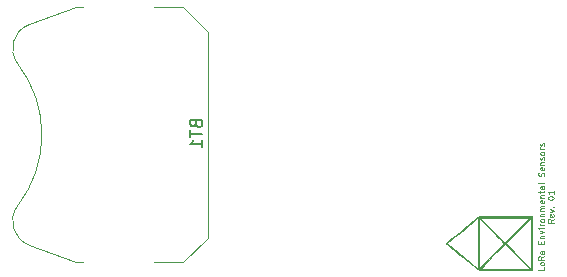
<source format=gbo>
%TF.GenerationSoftware,KiCad,Pcbnew,5.0.0+dfsg1-2*%
%TF.CreationDate,2018-11-25T17:27:35+01:00*%
%TF.ProjectId,LoRa Environmental Sensors,4C6F526120456E7669726F6E6D656E74,01*%
%TF.SameCoordinates,Original*%
%TF.FileFunction,Legend,Bot*%
%TF.FilePolarity,Positive*%
%FSLAX46Y46*%
G04 Gerber Fmt 4.6, Leading zero omitted, Abs format (unit mm)*
G04 Created by KiCad (PCBNEW 5.0.0+dfsg1-2) date Sun Nov 25 17:27:35 2018*
%MOMM*%
%LPD*%
G01*
G04 APERTURE LIST*
%ADD10C,0.031750*%
%ADD11C,0.100000*%
%ADD12C,0.010000*%
%ADD13C,0.150000*%
G04 APERTURE END LIST*
D10*
X176362934Y-88682285D02*
X176362934Y-88924190D01*
X175854934Y-88924190D01*
X176362934Y-88440380D02*
X176338744Y-88488761D01*
X176314553Y-88512952D01*
X176266172Y-88537142D01*
X176121029Y-88537142D01*
X176072648Y-88512952D01*
X176048458Y-88488761D01*
X176024267Y-88440380D01*
X176024267Y-88367809D01*
X176048458Y-88319428D01*
X176072648Y-88295238D01*
X176121029Y-88271047D01*
X176266172Y-88271047D01*
X176314553Y-88295238D01*
X176338744Y-88319428D01*
X176362934Y-88367809D01*
X176362934Y-88440380D01*
X176362934Y-87763047D02*
X176121029Y-87932380D01*
X176362934Y-88053333D02*
X175854934Y-88053333D01*
X175854934Y-87859809D01*
X175879125Y-87811428D01*
X175903315Y-87787238D01*
X175951696Y-87763047D01*
X176024267Y-87763047D01*
X176072648Y-87787238D01*
X176096839Y-87811428D01*
X176121029Y-87859809D01*
X176121029Y-88053333D01*
X176362934Y-87327619D02*
X176096839Y-87327619D01*
X176048458Y-87351809D01*
X176024267Y-87400190D01*
X176024267Y-87496952D01*
X176048458Y-87545333D01*
X176338744Y-87327619D02*
X176362934Y-87376000D01*
X176362934Y-87496952D01*
X176338744Y-87545333D01*
X176290363Y-87569523D01*
X176241982Y-87569523D01*
X176193601Y-87545333D01*
X176169410Y-87496952D01*
X176169410Y-87376000D01*
X176145220Y-87327619D01*
X176096839Y-86698666D02*
X176096839Y-86529333D01*
X176362934Y-86456761D02*
X176362934Y-86698666D01*
X175854934Y-86698666D01*
X175854934Y-86456761D01*
X176024267Y-86239047D02*
X176362934Y-86239047D01*
X176072648Y-86239047D02*
X176048458Y-86214857D01*
X176024267Y-86166476D01*
X176024267Y-86093904D01*
X176048458Y-86045523D01*
X176096839Y-86021333D01*
X176362934Y-86021333D01*
X176024267Y-85827809D02*
X176362934Y-85706857D01*
X176024267Y-85585904D01*
X176362934Y-85392380D02*
X176024267Y-85392380D01*
X175854934Y-85392380D02*
X175879125Y-85416571D01*
X175903315Y-85392380D01*
X175879125Y-85368190D01*
X175854934Y-85392380D01*
X175903315Y-85392380D01*
X176362934Y-85150476D02*
X176024267Y-85150476D01*
X176121029Y-85150476D02*
X176072648Y-85126285D01*
X176048458Y-85102095D01*
X176024267Y-85053714D01*
X176024267Y-85005333D01*
X176362934Y-84763428D02*
X176338744Y-84811809D01*
X176314553Y-84836000D01*
X176266172Y-84860190D01*
X176121029Y-84860190D01*
X176072648Y-84836000D01*
X176048458Y-84811809D01*
X176024267Y-84763428D01*
X176024267Y-84690857D01*
X176048458Y-84642476D01*
X176072648Y-84618285D01*
X176121029Y-84594095D01*
X176266172Y-84594095D01*
X176314553Y-84618285D01*
X176338744Y-84642476D01*
X176362934Y-84690857D01*
X176362934Y-84763428D01*
X176024267Y-84376380D02*
X176362934Y-84376380D01*
X176072648Y-84376380D02*
X176048458Y-84352190D01*
X176024267Y-84303809D01*
X176024267Y-84231238D01*
X176048458Y-84182857D01*
X176096839Y-84158666D01*
X176362934Y-84158666D01*
X176362934Y-83916761D02*
X176024267Y-83916761D01*
X176072648Y-83916761D02*
X176048458Y-83892571D01*
X176024267Y-83844190D01*
X176024267Y-83771619D01*
X176048458Y-83723238D01*
X176096839Y-83699047D01*
X176362934Y-83699047D01*
X176096839Y-83699047D02*
X176048458Y-83674857D01*
X176024267Y-83626476D01*
X176024267Y-83553904D01*
X176048458Y-83505523D01*
X176096839Y-83481333D01*
X176362934Y-83481333D01*
X176338744Y-83045904D02*
X176362934Y-83094285D01*
X176362934Y-83191047D01*
X176338744Y-83239428D01*
X176290363Y-83263619D01*
X176096839Y-83263619D01*
X176048458Y-83239428D01*
X176024267Y-83191047D01*
X176024267Y-83094285D01*
X176048458Y-83045904D01*
X176096839Y-83021714D01*
X176145220Y-83021714D01*
X176193601Y-83263619D01*
X176024267Y-82804000D02*
X176362934Y-82804000D01*
X176072648Y-82804000D02*
X176048458Y-82779809D01*
X176024267Y-82731428D01*
X176024267Y-82658857D01*
X176048458Y-82610476D01*
X176096839Y-82586285D01*
X176362934Y-82586285D01*
X176024267Y-82416952D02*
X176024267Y-82223428D01*
X175854934Y-82344380D02*
X176290363Y-82344380D01*
X176338744Y-82320190D01*
X176362934Y-82271809D01*
X176362934Y-82223428D01*
X176362934Y-81836380D02*
X176096839Y-81836380D01*
X176048458Y-81860571D01*
X176024267Y-81908952D01*
X176024267Y-82005714D01*
X176048458Y-82054095D01*
X176338744Y-81836380D02*
X176362934Y-81884761D01*
X176362934Y-82005714D01*
X176338744Y-82054095D01*
X176290363Y-82078285D01*
X176241982Y-82078285D01*
X176193601Y-82054095D01*
X176169410Y-82005714D01*
X176169410Y-81884761D01*
X176145220Y-81836380D01*
X176362934Y-81521904D02*
X176338744Y-81570285D01*
X176290363Y-81594476D01*
X175854934Y-81594476D01*
X176338744Y-80965523D02*
X176362934Y-80892952D01*
X176362934Y-80772000D01*
X176338744Y-80723619D01*
X176314553Y-80699428D01*
X176266172Y-80675238D01*
X176217791Y-80675238D01*
X176169410Y-80699428D01*
X176145220Y-80723619D01*
X176121029Y-80772000D01*
X176096839Y-80868761D01*
X176072648Y-80917142D01*
X176048458Y-80941333D01*
X176000077Y-80965523D01*
X175951696Y-80965523D01*
X175903315Y-80941333D01*
X175879125Y-80917142D01*
X175854934Y-80868761D01*
X175854934Y-80747809D01*
X175879125Y-80675238D01*
X176338744Y-80264000D02*
X176362934Y-80312380D01*
X176362934Y-80409142D01*
X176338744Y-80457523D01*
X176290363Y-80481714D01*
X176096839Y-80481714D01*
X176048458Y-80457523D01*
X176024267Y-80409142D01*
X176024267Y-80312380D01*
X176048458Y-80264000D01*
X176096839Y-80239809D01*
X176145220Y-80239809D01*
X176193601Y-80481714D01*
X176024267Y-80022095D02*
X176362934Y-80022095D01*
X176072648Y-80022095D02*
X176048458Y-79997904D01*
X176024267Y-79949523D01*
X176024267Y-79876952D01*
X176048458Y-79828571D01*
X176096839Y-79804380D01*
X176362934Y-79804380D01*
X176338744Y-79586666D02*
X176362934Y-79538285D01*
X176362934Y-79441523D01*
X176338744Y-79393142D01*
X176290363Y-79368952D01*
X176266172Y-79368952D01*
X176217791Y-79393142D01*
X176193601Y-79441523D01*
X176193601Y-79514095D01*
X176169410Y-79562476D01*
X176121029Y-79586666D01*
X176096839Y-79586666D01*
X176048458Y-79562476D01*
X176024267Y-79514095D01*
X176024267Y-79441523D01*
X176048458Y-79393142D01*
X176362934Y-79078666D02*
X176338744Y-79127047D01*
X176314553Y-79151238D01*
X176266172Y-79175428D01*
X176121029Y-79175428D01*
X176072648Y-79151238D01*
X176048458Y-79127047D01*
X176024267Y-79078666D01*
X176024267Y-79006095D01*
X176048458Y-78957714D01*
X176072648Y-78933523D01*
X176121029Y-78909333D01*
X176266172Y-78909333D01*
X176314553Y-78933523D01*
X176338744Y-78957714D01*
X176362934Y-79006095D01*
X176362934Y-79078666D01*
X176362934Y-78691619D02*
X176024267Y-78691619D01*
X176121029Y-78691619D02*
X176072648Y-78667428D01*
X176048458Y-78643238D01*
X176024267Y-78594857D01*
X176024267Y-78546476D01*
X176338744Y-78401333D02*
X176362934Y-78352952D01*
X176362934Y-78256190D01*
X176338744Y-78207809D01*
X176290363Y-78183619D01*
X176266172Y-78183619D01*
X176217791Y-78207809D01*
X176193601Y-78256190D01*
X176193601Y-78328761D01*
X176169410Y-78377142D01*
X176121029Y-78401333D01*
X176096839Y-78401333D01*
X176048458Y-78377142D01*
X176024267Y-78328761D01*
X176024267Y-78256190D01*
X176048458Y-78207809D01*
X177156684Y-84618285D02*
X176914779Y-84787619D01*
X177156684Y-84908571D02*
X176648684Y-84908571D01*
X176648684Y-84715047D01*
X176672875Y-84666666D01*
X176697065Y-84642476D01*
X176745446Y-84618285D01*
X176818017Y-84618285D01*
X176866398Y-84642476D01*
X176890589Y-84666666D01*
X176914779Y-84715047D01*
X176914779Y-84908571D01*
X177132494Y-84207047D02*
X177156684Y-84255428D01*
X177156684Y-84352190D01*
X177132494Y-84400571D01*
X177084113Y-84424761D01*
X176890589Y-84424761D01*
X176842208Y-84400571D01*
X176818017Y-84352190D01*
X176818017Y-84255428D01*
X176842208Y-84207047D01*
X176890589Y-84182857D01*
X176938970Y-84182857D01*
X176987351Y-84424761D01*
X176818017Y-84013523D02*
X177156684Y-83892571D01*
X176818017Y-83771619D01*
X177108303Y-83578095D02*
X177132494Y-83553904D01*
X177156684Y-83578095D01*
X177132494Y-83602285D01*
X177108303Y-83578095D01*
X177156684Y-83578095D01*
X176648684Y-82852380D02*
X176648684Y-82804000D01*
X176672875Y-82755619D01*
X176697065Y-82731428D01*
X176745446Y-82707238D01*
X176842208Y-82683047D01*
X176963160Y-82683047D01*
X177059922Y-82707238D01*
X177108303Y-82731428D01*
X177132494Y-82755619D01*
X177156684Y-82804000D01*
X177156684Y-82852380D01*
X177132494Y-82900761D01*
X177108303Y-82924952D01*
X177059922Y-82949142D01*
X176963160Y-82973333D01*
X176842208Y-82973333D01*
X176745446Y-82949142D01*
X176697065Y-82924952D01*
X176672875Y-82900761D01*
X176648684Y-82852380D01*
X177156684Y-82199238D02*
X177156684Y-82489523D01*
X177156684Y-82344380D02*
X176648684Y-82344380D01*
X176721255Y-82392761D01*
X176769636Y-82441142D01*
X176793827Y-82489523D01*
D11*
X131781464Y-83474601D02*
G75*
G03X131785000Y-71470000I-7806464J6004601D01*
G01*
X131768470Y-83473354D02*
G75*
G03X132755000Y-86810000I1716530J-1306646D01*
G01*
X136705000Y-88250000D02*
X132755000Y-86810000D01*
X147875000Y-86170000D02*
X145795000Y-88250000D01*
X147875000Y-68770000D02*
X147875000Y-86170000D01*
X147875000Y-68770000D02*
X145795000Y-66690000D01*
X136705000Y-66690000D02*
X132755000Y-68130000D01*
X132746831Y-68144756D02*
G75*
G03X131785000Y-71470000I738169J-2015244D01*
G01*
X145795000Y-88250000D02*
X143335000Y-88250000D01*
X137335000Y-88250000D02*
X136705000Y-88250000D01*
X145795000Y-66690000D02*
X143335000Y-66690000D01*
X137335000Y-66690000D02*
X136705000Y-66690000D01*
D12*
G36*
X168030409Y-86664473D02*
X168054754Y-86691317D01*
X168103727Y-86736823D01*
X168184400Y-86806984D01*
X168303843Y-86907791D01*
X168469127Y-87045237D01*
X168687322Y-87225312D01*
X168965499Y-87454008D01*
X169310730Y-87737318D01*
X169566580Y-87947151D01*
X170789600Y-88950102D01*
X175285400Y-88950800D01*
X175285400Y-84386132D01*
X175234600Y-84386034D01*
X175234600Y-84506098D01*
X175234600Y-88823501D01*
X174155249Y-87744150D01*
X173075898Y-86664800D01*
X175234600Y-84506098D01*
X175234600Y-84386034D01*
X173037500Y-84381779D01*
X173012553Y-84381731D01*
X173012553Y-84480400D01*
X173465592Y-84480704D01*
X173885526Y-84481573D01*
X174261828Y-84482942D01*
X174583972Y-84484745D01*
X174841431Y-84486917D01*
X175023678Y-84489393D01*
X175120185Y-84492108D01*
X175133000Y-84493553D01*
X175098497Y-84531359D01*
X175000922Y-84631873D01*
X174849174Y-84786092D01*
X174652154Y-84985012D01*
X174418762Y-85219630D01*
X174157897Y-85480943D01*
X174078451Y-85560358D01*
X173023903Y-86614010D01*
X173023903Y-86715589D01*
X174078945Y-87769694D01*
X175133987Y-88823800D01*
X173164993Y-88849200D01*
X172721828Y-88854381D01*
X172306014Y-88858220D01*
X171929573Y-88860681D01*
X171604529Y-88861730D01*
X171342905Y-88861331D01*
X171156725Y-88859451D01*
X171058012Y-88856054D01*
X171050643Y-88855304D01*
X171012437Y-88846378D01*
X170994848Y-88826772D01*
X171004394Y-88788789D01*
X171047591Y-88724733D01*
X171130957Y-88626905D01*
X171261007Y-88487608D01*
X171444259Y-88299146D01*
X171687229Y-88053820D01*
X171964595Y-87775798D01*
X173023903Y-86715589D01*
X173023903Y-86614010D01*
X170892107Y-84480400D01*
X173012553Y-84480400D01*
X173012553Y-84381731D01*
X170815000Y-84377475D01*
X170815000Y-84506707D01*
X171881800Y-85572600D01*
X172150747Y-85842170D01*
X172394812Y-86088438D01*
X172605128Y-86302326D01*
X172772828Y-86474756D01*
X172889046Y-86596650D01*
X172944915Y-86658930D01*
X172948600Y-86664800D01*
X172914042Y-86705959D01*
X172816282Y-86809655D01*
X172664186Y-86966809D01*
X172466619Y-87168343D01*
X172232450Y-87405179D01*
X171970544Y-87668239D01*
X171881800Y-87757000D01*
X170815000Y-88822892D01*
X170815000Y-84506707D01*
X170815000Y-84377475D01*
X170789600Y-84377425D01*
X170738373Y-84419396D01*
X170738373Y-84531200D01*
X170743875Y-84580250D01*
X170748976Y-84720406D01*
X170753549Y-84941173D01*
X170757469Y-85232057D01*
X170760607Y-85582563D01*
X170762836Y-85982196D01*
X170764030Y-86420464D01*
X170764200Y-86664800D01*
X170763493Y-87119286D01*
X170761475Y-87540701D01*
X170758297Y-87918549D01*
X170754108Y-88242336D01*
X170749061Y-88501569D01*
X170743307Y-88685753D01*
X170736997Y-88784392D01*
X170733479Y-88798400D01*
X170683503Y-88767955D01*
X170574959Y-88686296D01*
X170426752Y-88567933D01*
X170339779Y-88496271D01*
X170182085Y-88365675D01*
X169965882Y-88187554D01*
X169711432Y-87978553D01*
X169438995Y-87755315D01*
X169189400Y-87551272D01*
X168938626Y-87345699D01*
X168706579Y-87153933D01*
X168507967Y-86988252D01*
X168357501Y-86860931D01*
X168269890Y-86784247D01*
X168265578Y-86780238D01*
X168129157Y-86652074D01*
X168728421Y-86163137D01*
X168987342Y-85951453D01*
X169292521Y-85701273D01*
X169611948Y-85438877D01*
X169913609Y-85190546D01*
X170020116Y-85102700D01*
X170245141Y-84918122D01*
X170442565Y-84758363D01*
X170599350Y-84633794D01*
X170702458Y-84554792D01*
X170738373Y-84531200D01*
X170738373Y-84419396D01*
X169418000Y-85501210D01*
X169097499Y-85763864D01*
X168802497Y-86005738D01*
X168542065Y-86219385D01*
X168325276Y-86397356D01*
X168161203Y-86532205D01*
X168058919Y-86616483D01*
X168027321Y-86642809D01*
X168023621Y-86650301D01*
X168030409Y-86664473D01*
X168030409Y-86664473D01*
G37*
X168030409Y-86664473D02*
X168054754Y-86691317D01*
X168103727Y-86736823D01*
X168184400Y-86806984D01*
X168303843Y-86907791D01*
X168469127Y-87045237D01*
X168687322Y-87225312D01*
X168965499Y-87454008D01*
X169310730Y-87737318D01*
X169566580Y-87947151D01*
X170789600Y-88950102D01*
X175285400Y-88950800D01*
X175285400Y-84386132D01*
X175234600Y-84386034D01*
X175234600Y-84506098D01*
X175234600Y-88823501D01*
X174155249Y-87744150D01*
X173075898Y-86664800D01*
X175234600Y-84506098D01*
X175234600Y-84386034D01*
X173037500Y-84381779D01*
X173012553Y-84381731D01*
X173012553Y-84480400D01*
X173465592Y-84480704D01*
X173885526Y-84481573D01*
X174261828Y-84482942D01*
X174583972Y-84484745D01*
X174841431Y-84486917D01*
X175023678Y-84489393D01*
X175120185Y-84492108D01*
X175133000Y-84493553D01*
X175098497Y-84531359D01*
X175000922Y-84631873D01*
X174849174Y-84786092D01*
X174652154Y-84985012D01*
X174418762Y-85219630D01*
X174157897Y-85480943D01*
X174078451Y-85560358D01*
X173023903Y-86614010D01*
X173023903Y-86715589D01*
X174078945Y-87769694D01*
X175133987Y-88823800D01*
X173164993Y-88849200D01*
X172721828Y-88854381D01*
X172306014Y-88858220D01*
X171929573Y-88860681D01*
X171604529Y-88861730D01*
X171342905Y-88861331D01*
X171156725Y-88859451D01*
X171058012Y-88856054D01*
X171050643Y-88855304D01*
X171012437Y-88846378D01*
X170994848Y-88826772D01*
X171004394Y-88788789D01*
X171047591Y-88724733D01*
X171130957Y-88626905D01*
X171261007Y-88487608D01*
X171444259Y-88299146D01*
X171687229Y-88053820D01*
X171964595Y-87775798D01*
X173023903Y-86715589D01*
X173023903Y-86614010D01*
X170892107Y-84480400D01*
X173012553Y-84480400D01*
X173012553Y-84381731D01*
X170815000Y-84377475D01*
X170815000Y-84506707D01*
X171881800Y-85572600D01*
X172150747Y-85842170D01*
X172394812Y-86088438D01*
X172605128Y-86302326D01*
X172772828Y-86474756D01*
X172889046Y-86596650D01*
X172944915Y-86658930D01*
X172948600Y-86664800D01*
X172914042Y-86705959D01*
X172816282Y-86809655D01*
X172664186Y-86966809D01*
X172466619Y-87168343D01*
X172232450Y-87405179D01*
X171970544Y-87668239D01*
X171881800Y-87757000D01*
X170815000Y-88822892D01*
X170815000Y-84506707D01*
X170815000Y-84377475D01*
X170789600Y-84377425D01*
X170738373Y-84419396D01*
X170738373Y-84531200D01*
X170743875Y-84580250D01*
X170748976Y-84720406D01*
X170753549Y-84941173D01*
X170757469Y-85232057D01*
X170760607Y-85582563D01*
X170762836Y-85982196D01*
X170764030Y-86420464D01*
X170764200Y-86664800D01*
X170763493Y-87119286D01*
X170761475Y-87540701D01*
X170758297Y-87918549D01*
X170754108Y-88242336D01*
X170749061Y-88501569D01*
X170743307Y-88685753D01*
X170736997Y-88784392D01*
X170733479Y-88798400D01*
X170683503Y-88767955D01*
X170574959Y-88686296D01*
X170426752Y-88567933D01*
X170339779Y-88496271D01*
X170182085Y-88365675D01*
X169965882Y-88187554D01*
X169711432Y-87978553D01*
X169438995Y-87755315D01*
X169189400Y-87551272D01*
X168938626Y-87345699D01*
X168706579Y-87153933D01*
X168507967Y-86988252D01*
X168357501Y-86860931D01*
X168269890Y-86784247D01*
X168265578Y-86780238D01*
X168129157Y-86652074D01*
X168728421Y-86163137D01*
X168987342Y-85951453D01*
X169292521Y-85701273D01*
X169611948Y-85438877D01*
X169913609Y-85190546D01*
X170020116Y-85102700D01*
X170245141Y-84918122D01*
X170442565Y-84758363D01*
X170599350Y-84633794D01*
X170702458Y-84554792D01*
X170738373Y-84531200D01*
X170738373Y-84419396D01*
X169418000Y-85501210D01*
X169097499Y-85763864D01*
X168802497Y-86005738D01*
X168542065Y-86219385D01*
X168325276Y-86397356D01*
X168161203Y-86532205D01*
X168058919Y-86616483D01*
X168027321Y-86642809D01*
X168023621Y-86650301D01*
X168030409Y-86664473D01*
D13*
X146867571Y-76557285D02*
X146915190Y-76700142D01*
X146962809Y-76747761D01*
X147058047Y-76795380D01*
X147200904Y-76795380D01*
X147296142Y-76747761D01*
X147343761Y-76700142D01*
X147391380Y-76604904D01*
X147391380Y-76223952D01*
X146391380Y-76223952D01*
X146391380Y-76557285D01*
X146439000Y-76652523D01*
X146486619Y-76700142D01*
X146581857Y-76747761D01*
X146677095Y-76747761D01*
X146772333Y-76700142D01*
X146819952Y-76652523D01*
X146867571Y-76557285D01*
X146867571Y-76223952D01*
X146391380Y-77081095D02*
X146391380Y-77652523D01*
X147391380Y-77366809D02*
X146391380Y-77366809D01*
X147391380Y-78509666D02*
X147391380Y-77938238D01*
X147391380Y-78223952D02*
X146391380Y-78223952D01*
X146534238Y-78128714D01*
X146629476Y-78033476D01*
X146677095Y-77938238D01*
M02*

</source>
